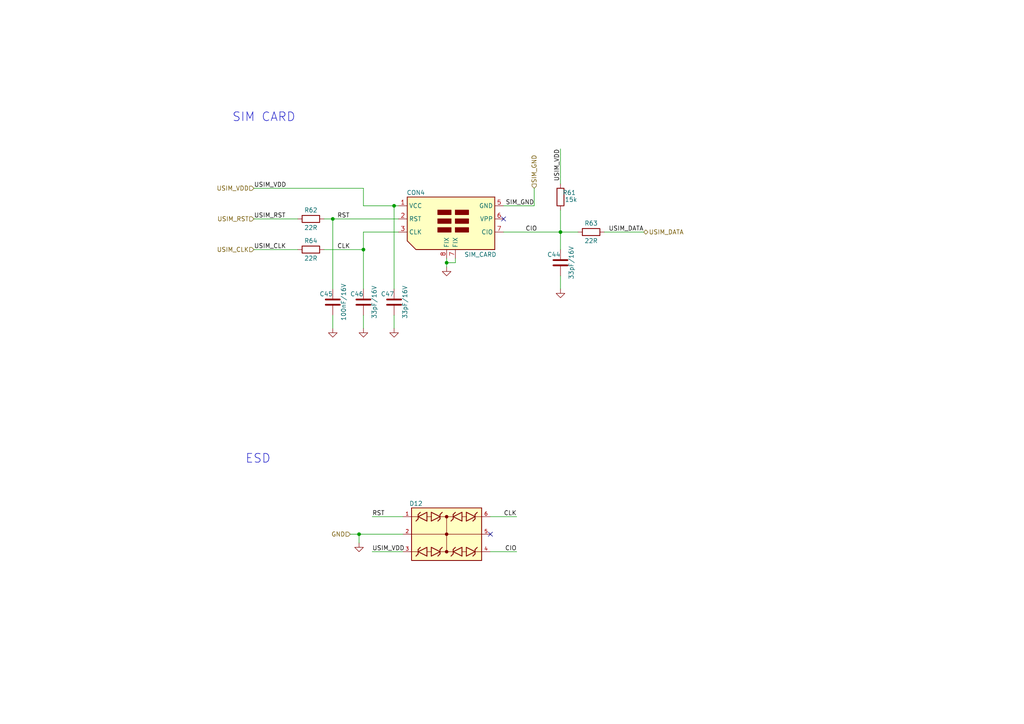
<source format=kicad_sch>
(kicad_sch (version 20211123) (generator eeschema)
  (paper "A4")
  (title_block (title "SIM Card") (date "2022-08-10") (rev "0.0.0") (company "Magalhaes") (comment 1 "Author: Alexandre Magalhães") (comment 2 "Variant 1: Full"))
  (lib_symbols
    (symbol "Alexandre_Library:ESDA6V1BC6" (pin_names (offset 1.016) hide)
      (property "Reference" "D" (at -10.16 7.62 0))
      (property "Value" "ESDA6V1BC6" (at -10.16 -10.16 0))
      (symbol "ESDA6V1BC6_0_0"
        (rectangle (start -10.16 -7.62) (end 10.16 7.62) (stroke (width 0.254)) (fill (type background)))
        (circle (center 0 -5.08) (radius 0.254) (stroke (width 0.508)))
        (polyline (pts (xy -10.16 -5.08) (xy -8.255 -5.08)) (stroke (width 0.1524)))
        (polyline (pts (xy -10.16 0) (xy 10.16 0)) (stroke (width 0.1524)))
        (polyline (pts (xy -10.16 5.08) (xy -8.255 5.08)) (stroke (width 0.1524)))
        (polyline (pts (xy -8.255 -5.715) (xy -8.89 -6.35)) (stroke (width 0.254)))
        (polyline (pts (xy -8.255 -5.08) (xy -8.255 -5.715)) (stroke (width 0.254)))
        (polyline (pts (xy -8.255 -5.08) (xy -5.715 -3.81)) (stroke (width 0.254)))
        (polyline (pts (xy -8.255 -4.445) (xy -8.255 -5.08)) (stroke (width 0.254)))
        (polyline (pts (xy -8.255 4.445) (xy -8.89 3.81)) (stroke (width 0.254)))
        (polyline (pts (xy -8.255 5.08) (xy -8.255 4.445)) (stroke (width 0.254)))
        (polyline (pts (xy -8.255 5.08) (xy -5.715 6.35)) (stroke (width 0.254)))
        (polyline (pts (xy -8.255 5.715) (xy -8.255 5.08)) (stroke (width 0.254)))
        (polyline (pts (xy -7.62 -3.81) (xy -8.255 -4.445)) (stroke (width 0.254)))
        (polyline (pts (xy -7.62 6.35) (xy -8.255 5.715)) (stroke (width 0.254)))
        (polyline (pts (xy -5.715 -6.35) (xy -8.255 -5.08)) (stroke (width 0.254)))
        (polyline (pts (xy -5.715 -5.08) (xy -5.715 -6.35)) (stroke (width 0.254)))
        (polyline (pts (xy -5.715 -3.81) (xy -5.715 -5.08)) (stroke (width 0.254)))
        (polyline (pts (xy -5.715 3.81) (xy -8.255 5.08)) (stroke (width 0.254)))
        (polyline (pts (xy -5.715 5.08) (xy -5.715 3.81)) (stroke (width 0.254)))
        (polyline (pts (xy -5.715 6.35) (xy -5.715 5.08)) (stroke (width 0.254)))
        (polyline (pts (xy -4.445 -6.35) (xy -4.445 -5.08)) (stroke (width 0.254)))
        (polyline (pts (xy -4.445 -5.08) (xy -5.715 -5.08)) (stroke (width 0.1524)))
        (polyline (pts (xy -4.445 -5.08) (xy -4.445 -3.81)) (stroke (width 0.254)))
        (polyline (pts (xy -4.445 -3.81) (xy -1.905 -5.08)) (stroke (width 0.254)))
        (polyline (pts (xy -4.445 3.81) (xy -4.445 5.08)) (stroke (width 0.254)))
        (polyline (pts (xy -4.445 5.08) (xy -5.715 5.08)) (stroke (width 0.1524)))
        (polyline (pts (xy -4.445 5.08) (xy -4.445 6.35)) (stroke (width 0.254)))
        (polyline (pts (xy -4.445 6.35) (xy -1.905 5.08)) (stroke (width 0.254)))
        (polyline (pts (xy -2.54 -6.35) (xy -1.905 -5.715)) (stroke (width 0.254)))
        (polyline (pts (xy -2.54 3.81) (xy -1.905 4.445)) (stroke (width 0.254)))
        (polyline (pts (xy -1.905 -5.715) (xy -1.905 -5.08)) (stroke (width 0.254)))
        (polyline (pts (xy -1.905 -5.08) (xy -4.445 -6.35)) (stroke (width 0.254)))
        (polyline (pts (xy -1.905 -5.08) (xy -1.905 -4.445)) (stroke (width 0.254)))
        (polyline (pts (xy -1.905 -4.445) (xy -1.27 -3.81)) (stroke (width 0.254)))
        (polyline (pts (xy -1.905 4.445) (xy -1.905 5.08)) (stroke (width 0.254)))
        (polyline (pts (xy -1.905 5.08) (xy -4.445 3.81)) (stroke (width 0.254)))
        (polyline (pts (xy -1.905 5.08) (xy -1.905 5.715)) (stroke (width 0.254)))
        (polyline (pts (xy -1.905 5.715) (xy -1.27 6.35)) (stroke (width 0.254)))
        (polyline (pts (xy 0 -5.08) (xy -1.905 -5.08)) (stroke (width 0.1524)))
        (polyline (pts (xy 0 5.08) (xy -1.905 5.08)) (stroke (width 0.1524)))
        (polyline (pts (xy 0 5.08) (xy 0 -5.08)) (stroke (width 0.1524)))
        (polyline (pts (xy 1.905 -5.715) (xy 1.27 -6.35)) (stroke (width 0.254)))
        (polyline (pts (xy 1.905 -5.08) (xy 0 -5.08)) (stroke (width 0.1524)))
        (polyline (pts (xy 1.905 -5.08) (xy 1.905 -5.715)) (stroke (width 0.254)))
        (polyline (pts (xy 1.905 -5.08) (xy 4.445 -3.81)) (stroke (width 0.254)))
        (polyline (pts (xy 1.905 -4.445) (xy 1.905 -5.08)) (stroke (width 0.254)))
        (polyline (pts (xy 1.905 4.445) (xy 1.27 3.81)) (stroke (width 0.254)))
        (polyline (pts (xy 1.905 5.08) (xy 0 5.08)) (stroke (width 0.1524)))
        (polyline (pts (xy 1.905 5.08) (xy 1.905 4.445)) (stroke (width 0.254)))
        (polyline (pts (xy 1.905 5.08) (xy 4.445 6.35)) (stroke (width 0.254)))
        (polyline (pts (xy 1.905 5.715) (xy 1.905 5.08)) (stroke (width 0.254)))
        (polyline (pts (xy 2.54 -3.81) (xy 1.905 -4.445)) (stroke (width 0.254)))
        (polyline (pts (xy 2.54 6.35) (xy 1.905 5.715)) (stroke (width 0.254)))
        (polyline (pts (xy 4.445 -6.35) (xy 1.905 -5.08)) (stroke (width 0.254)))
        (polyline (pts (xy 4.445 -5.08) (xy 4.445 -6.35)) (stroke (width 0.254)))
        (polyline (pts (xy 4.445 -3.81) (xy 4.445 -5.08)) (stroke (width 0.254)))
        (polyline (pts (xy 4.445 3.81) (xy 1.905 5.08)) (stroke (width 0.254)))
        (polyline (pts (xy 4.445 5.08) (xy 4.445 3.81)) (stroke (width 0.254)))
        (polyline (pts (xy 4.445 6.35) (xy 4.445 5.08)) (stroke (width 0.254)))
        (polyline (pts (xy 5.715 -6.35) (xy 5.715 -5.08)) (stroke (width 0.254)))
        (polyline (pts (xy 5.715 -5.08) (xy 4.445 -5.08)) (stroke (width 0.1524)))
        (polyline (pts (xy 5.715 -5.08) (xy 5.715 -3.81)) (stroke (width 0.254)))
        (polyline (pts (xy 5.715 -3.81) (xy 8.255 -5.08)) (stroke (width 0.254)))
        (polyline (pts (xy 5.715 3.81) (xy 5.715 5.08)) (stroke (width 0.254)))
        (polyline (pts (xy 5.715 5.08) (xy 4.445 5.08)) (stroke (width 0.1524)))
        (polyline (pts (xy 5.715 5.08) (xy 5.715 6.35)) (stroke (width 0.254)))
        (polyline (pts (xy 5.715 6.35) (xy 8.255 5.08)) (stroke (width 0.254)))
        (polyline (pts (xy 7.62 -6.35) (xy 8.255 -5.715)) (stroke (width 0.254)))
        (polyline (pts (xy 7.62 3.81) (xy 8.255 4.445)) (stroke (width 0.254)))
        (polyline (pts (xy 8.255 -5.715) (xy 8.255 -5.08)) (stroke (width 0.254)))
        (polyline (pts (xy 8.255 -5.08) (xy 5.715 -6.35)) (stroke (width 0.254)))
        (polyline (pts (xy 8.255 -5.08) (xy 8.255 -4.445)) (stroke (width 0.254)))
        (polyline (pts (xy 8.255 -4.445) (xy 8.89 -3.81)) (stroke (width 0.254)))
        (polyline (pts (xy 8.255 4.445) (xy 8.255 5.08)) (stroke (width 0.254)))
        (polyline (pts (xy 8.255 5.08) (xy 5.715 3.81)) (stroke (width 0.254)))
        (polyline (pts (xy 8.255 5.08) (xy 8.255 5.715)) (stroke (width 0.254)))
        (polyline (pts (xy 8.255 5.715) (xy 8.89 6.35)) (stroke (width 0.254)))
        (polyline (pts (xy 10.16 -5.08) (xy 8.255 -5.08)) (stroke (width 0.1524)))
        (polyline (pts (xy 10.16 5.08) (xy 8.255 5.08)) (stroke (width 0.1524)))
        (circle (center 0 0) (radius 0.254) (stroke (width 0.508)))
        (circle (center 0 5.08) (radius 0.254) (stroke (width 0.508)))
        (pin passive line (at -12.7 5.08 0) (length 2.54) (name "~") (number "1"))
        (pin passive line (at -12.7 0 0) (length 2.54) (name "~") (number "2"))
        (pin passive line (at -12.7 -5.08 0) (length 2.54) (name "~") (number "3"))
        (pin passive line (at 12.7 -5.08 180) (length 2.54) (name "~") (number "4"))
        (pin passive line (at 12.7 0 180) (length 2.54) (name "~") (number "5"))
        (pin passive line (at 12.7 5.08 180) (length 2.54) (name "~") (number "6"))
      )
    )
    (symbol "Alexandre_Library:SIM_CARD"
      (property "Reference" "CON" (at 2.54 1.27 0))
      (property "Value" "SIM_CARD" (at 20.32 -16.51 0))
      (symbol "SIM_CARD_0_1"
        (polyline (pts (xy 0 0) (xy 25.4 0) (xy 25.4 -12.7) (xy 22.86 -15.24) (xy 0 -15.24) (xy 0 0)) (stroke (width 0.254)) (fill (type background)))
        (rectangle (start 7.62 -10.16) (end 11.43 -8.89) (stroke (width 0.254)) (fill (type outline)))
        (rectangle (start 7.62 -7.62) (end 11.43 -6.35) (stroke (width 0.254)) (fill (type outline)))
        (rectangle (start 7.62 -5.08) (end 11.43 -3.81) (stroke (width 0.254)) (fill (type outline)))
        (rectangle (start 12.7 -8.89) (end 16.51 -10.16) (stroke (width 0.254)) (fill (type outline)))
        (rectangle (start 12.7 -7.62) (end 16.51 -6.35) (stroke (width 0.254)) (fill (type outline)))
        (rectangle (start 12.7 -5.08) (end 16.51 -3.81) (stroke (width 0.254)) (fill (type outline)))
      )
      (symbol "SIM_CARD_1_1"
        (pin power_in line (at 27.94 -2.54 180) (length 2.54) (name "VCC") (number "1"))
        (pin input line (at 27.94 -6.35 180) (length 2.54) (name "RST") (number "2"))
        (pin input line (at 27.94 -10.16 180) (length 2.54) (name "CLK") (number "3"))
        (pin power_in line (at -2.54 -2.54 0) (length 2.54) (name "GND") (number "5"))
        (pin power_in line (at -2.54 -6.35 0) (length 2.54) (name "VPP") (number "6"))
        (pin bidirectional line (at -2.54 -10.16 0) (length 2.54) (name "CIO") (number "7"))
        (pin free line (at 11.43 -17.78 90) (length 2.54) (name "FIX") (number "7"))
        (pin free line (at 13.97 -17.78 90) (length 2.54) (name "FIX") (number "8"))
      )
    )
    (symbol "Device:C" (pin_numbers hide) (pin_names (offset 0.254))
      (property "Reference" "C" (at 0.635 2.54 0))
      (property "Value" "C" (at 0.635 -2.54 0))
      (symbol "C_0_1"
        (polyline (pts (xy -2.032 -0.762) (xy 2.032 -0.762)) (stroke (width 0.508)))
        (polyline (pts (xy -2.032 0.762) (xy 2.032 0.762)) (stroke (width 0.508)))
      )
      (symbol "C_1_1"
        (pin passive line (at 0 3.81 270) (length 2.794) (name "~") (number "1"))
        (pin passive line (at 0 -3.81 90) (length 2.794) (name "~") (number "2"))
      )
    )
    (symbol "Device:R" (pin_numbers hide) (pin_names (offset 0))
      (property "Reference" "R" (at 2.032 0 90))
      (property "Value" "R" (at 0 0 90))
      (symbol "R_0_1"
        (rectangle (start -1.016 -2.54) (end 1.016 2.54) (stroke (width 0.254)))
      )
      (symbol "R_1_1"
        (pin passive line (at 0 3.81 270) (length 1.27) (name "~") (number "1"))
        (pin passive line (at 0 -3.81 90) (length 1.27) (name "~") (number "2"))
      )
    )
    (symbol "power:GND" (power) (pin_names (offset 0))
      (property "Value" "GND" (at 0 -3.81 0))
      (symbol "GND_0_1"
        (polyline (pts (xy 0 0) (xy 0 -1.27) (xy 1.27 -1.27) (xy 0 -2.54) (xy -1.27 -1.27) (xy 0 -1.27)))
      )
      (symbol "GND_1_1"
        (pin power_in line (at 0 0 270) (length 0) hide (name "GND") (number "1"))
      )
    )
  )
  (junction (at 114.3 59.69))
  (junction (at 104.14 154.94))
  (junction (at 105.41 72.39))
  (junction (at 96.52 63.5))
  (junction (at 162.56 67.31))
  (junction (at 129.54 76.2))
  (no_connect (at 142.24 154.94))
  (no_connect (at 146.05 63.5))
  (wire (pts (xy 154.94 54.61) (xy 154.94 59.69)))
  (wire (pts (xy 73.66 72.39) (xy 86.36 72.39)))
  (wire (pts (xy 93.98 63.5) (xy 96.52 63.5)))
  (wire (pts (xy 104.14 157.48) (xy 104.14 154.94)))
  (wire (pts (xy 129.54 74.93) (xy 129.54 76.2)))
  (wire (pts (xy 162.56 67.31) (xy 162.56 72.39)))
  (wire (pts (xy 107.95 149.86) (xy 116.84 149.86)))
  (wire (pts (xy 107.95 160.02) (xy 116.84 160.02)))
  (wire (pts (xy 162.56 43.18) (xy 162.56 53.34)))
  (wire (pts (xy 96.52 63.5) (xy 96.52 83.82)))
  (wire (pts (xy 146.05 59.69) (xy 154.94 59.69)))
  (wire (pts (xy 105.41 59.69) (xy 105.41 54.61)))
  (wire (pts (xy 129.54 77.47) (xy 129.54 76.2)))
  (wire (pts (xy 162.56 83.82) (xy 162.56 80.01)))
  (wire (pts (xy 105.41 67.31) (xy 105.41 72.39)))
  (wire (pts (xy 114.3 95.25) (xy 114.3 91.44)))
  (wire (pts (xy 93.98 72.39) (xy 105.41 72.39)))
  (wire (pts (xy 96.52 63.5) (xy 115.57 63.5)))
  (wire (pts (xy 132.08 74.93) (xy 132.08 76.2)))
  (wire (pts (xy 114.3 59.69) (xy 105.41 59.69)))
  (wire (pts (xy 73.66 54.61) (xy 105.41 54.61)))
  (wire (pts (xy 104.14 154.94) (xy 116.84 154.94)))
  (wire (pts (xy 101.6 154.94) (xy 104.14 154.94)))
  (wire (pts (xy 132.08 76.2) (xy 129.54 76.2)))
  (wire (pts (xy 186.69 67.31) (xy 175.26 67.31)))
  (wire (pts (xy 142.24 149.86) (xy 149.86 149.86)))
  (wire (pts (xy 115.57 67.31) (xy 105.41 67.31)))
  (wire (pts (xy 105.41 95.25) (xy 105.41 91.44)))
  (wire (pts (xy 115.57 59.69) (xy 114.3 59.69)))
  (wire (pts (xy 146.05 67.31) (xy 162.56 67.31)))
  (wire (pts (xy 142.24 160.02) (xy 149.86 160.02)))
  (wire (pts (xy 162.56 60.96) (xy 162.56 67.31)))
  (wire (pts (xy 73.66 63.5) (xy 86.36 63.5)))
  (wire (pts (xy 162.56 67.31) (xy 167.64 67.31)))
  (wire (pts (xy 96.52 91.44) (xy 96.52 95.25)))
  (wire (pts (xy 114.3 59.69) (xy 114.3 83.82)))
  (wire (pts (xy 105.41 72.39) (xy 105.41 83.82)))
  (text "ESD" (at 71.12 134.62 0) (effects (font (size 2.54 2.54)) (justify left bottom)))
  (text "SIM CARD" (at 67.31 35.56 0) (effects (font (size 2.54 2.54)) (justify left bottom)))
  (label "CLK" (at 97.79 72.39 0))
  (label "RST" (at 97.79 63.5 0))
  (label "USIM_VDD" (at 162.56 43.18 270))
  (label "CIO" (at 152.4 67.31 0))
  (label "USIM_VDD" (at 107.95 160.02 0))
  (label "SIM_GND" (at 154.94 59.69 180))
  (label "USIM_RST" (at 73.66 63.5 0))
  (label "USIM_VDD" (at 73.66 54.61 0))
  (label "USIM_CLK" (at 73.66 72.39 0))
  (label "CLK" (at 149.86 149.86 180))
  (label "USIM_DATA" (at 186.69 67.31 180))
  (label "CIO" (at 149.86 160.02 180))
  (label "RST" (at 107.95 149.86 0))
  (hierarchical_label "SIM_GND" (shape input) (at 154.94 54.61 90))
  (hierarchical_label "USIM_DATA" (shape bidirectional) (at 186.69 67.31 0))
  (hierarchical_label "USIM_RST" (shape input) (at 73.66 63.5 180))
  (hierarchical_label "GND" (shape input) (at 101.6 154.94 180))
  (hierarchical_label "USIM_VDD" (shape input) (at 73.66 54.61 180))
  (hierarchical_label "USIM_CLK" (shape input) (at 73.66 72.39 180))
  (symbol (lib_id "Alexandre_Library:SIM_CARD") (at 143.51 57.15 0) (mirror y) (unit 1)
    (property "Reference" "CON4" (at 120.6034 55.8772 0))
    (property "Value" "SIM_CARD" (at 139.334 73.8281 0))
    (property "Footprint" "Alexandre_Library:SIM_CARD_SIMPLES" (effects hide))
  )
  (symbol (lib_id "Device:C") (at 114.3 87.63 0) (mirror x) (unit 1)
    (property "Reference" "C47" (at 112.3903 85.2735 0))
    (property "Value" "33pF/16V" (at 117.4454 87.6407 90))
    (property "Footprint" "Capacitor_SMD:C_0402_1005Metric_Pad0.74x0.62mm_HandSolder" (effects hide))
  )
  (symbol (lib_id "Device:R") (at 171.45 67.31 270) (unit 1)
    (property "Reference" "R63" (at 171.45 64.77 90))
    (property "Value" "22R" (at 171.45 69.85 90))
    (property "Footprint" "Resistor_SMD:R_0603_1608Metric_Pad0.98x0.95mm_HandSolder" (effects hide))
  )
  (symbol (lib_id "power:GND") (at 162.56 83.82 0) (unit 1)
    (property "Reference" "#PWR0103" (effects hide))
    (property "Value" "GND" (effects hide))
  )
  (symbol (lib_id "Device:R") (at 90.17 72.39 90) (unit 1)
    (property "Reference" "R64" (at 90.17 69.85 90))
    (property "Value" "22R" (at 90.17 74.93 90))
    (property "Footprint" "Resistor_SMD:R_0603_1608Metric_Pad0.98x0.95mm_HandSolder" (effects hide))
  )
  (symbol (lib_id "power:GND") (at 105.41 95.25 0) (unit 1)
    (property "Reference" "#PWR0105" (effects hide))
    (property "Value" "GND" (effects hide))
  )
  (symbol (lib_id "power:GND") (at 129.54 77.47 0) (unit 1)
    (property "Reference" "#PWR0102" (effects hide))
    (property "Value" "GND" (effects hide))
  )
  (symbol (lib_id "power:GND") (at 96.52 95.25 0) (unit 1)
    (property "Reference" "#PWR0104" (effects hide))
    (property "Value" "GND" (effects hide))
  )
  (symbol (lib_id "power:GND") (at 104.14 157.48 0) (unit 1)
    (property "Reference" "#PWR0136" (effects hide))
    (property "Value" "GND" (effects hide))
  )
  (symbol (lib_id "Device:C") (at 96.52 87.63 0) (mirror x) (unit 1)
    (property "Reference" "C45" (at 94.6103 85.2735 0))
    (property "Value" "100nF/16V" (at 99.6654 87.6407 90))
    (property "Footprint" "Capacitor_SMD:C_0402_1005Metric_Pad0.74x0.62mm_HandSolder" (effects hide))
  )
  (symbol (lib_id "Alexandre_Library:ESDA6V1BC6") (at 129.54 154.94 0) (unit 1)
    (property "Reference" "D12" (at 120.65 146.05 0))
    (property "PARTREV" "2" (effects hide))
    (property "STANDARD" "IPC 7351B" (effects hide))
    (property "MANUFACTURER" "STMicroelectronics" (effects hide))
    (property "MAXIMUM_PACKAGE_HEIGHT" "1.45 mm" (effects hide))
  )
  (symbol (lib_id "power:GND") (at 114.3 95.25 0) (unit 1)
    (property "Reference" "#PWR0106" (effects hide))
    (property "Value" "GND" (effects hide))
  )
  (symbol (lib_id "Device:C") (at 162.56 76.2 0) (mirror x) (unit 1)
    (property "Reference" "C44" (at 160.6503 73.8435 0))
    (property "Value" "33pF/16V" (at 165.7054 76.2107 90))
    (property "Footprint" "Capacitor_SMD:C_0402_1005Metric_Pad0.74x0.62mm_HandSolder" (effects hide))
  )
  (symbol (lib_id "Device:R") (at 162.56 57.15 180) (unit 1)
    (property "Reference" "R61" (at 165.1 55.88 0))
    (property "Value" "15k" (at 165.6113 57.8831 0))
    (property "Footprint" "Resistor_SMD:R_0603_1608Metric_Pad0.98x0.95mm_HandSolder" (effects hide))
  )
  (symbol (lib_id "Device:C") (at 105.41 87.63 0) (mirror x) (unit 1)
    (property "Reference" "C46" (at 103.5003 85.2735 0))
    (property "Value" "33pF/16V" (at 108.5554 87.6407 90))
    (property "Footprint" "Capacitor_SMD:C_0402_1005Metric_Pad0.74x0.62mm_HandSolder" (effects hide))
  )
  (symbol (lib_id "Device:R") (at 90.17 63.5 90) (unit 1)
    (property "Reference" "R62" (at 90.17 60.96 90))
    (property "Value" "22R" (at 90.17 66.04 90))
    (property "Footprint" "Resistor_SMD:R_0603_1608Metric_Pad0.98x0.95mm_HandSolder" (effects hide))
  )
)
</source>
